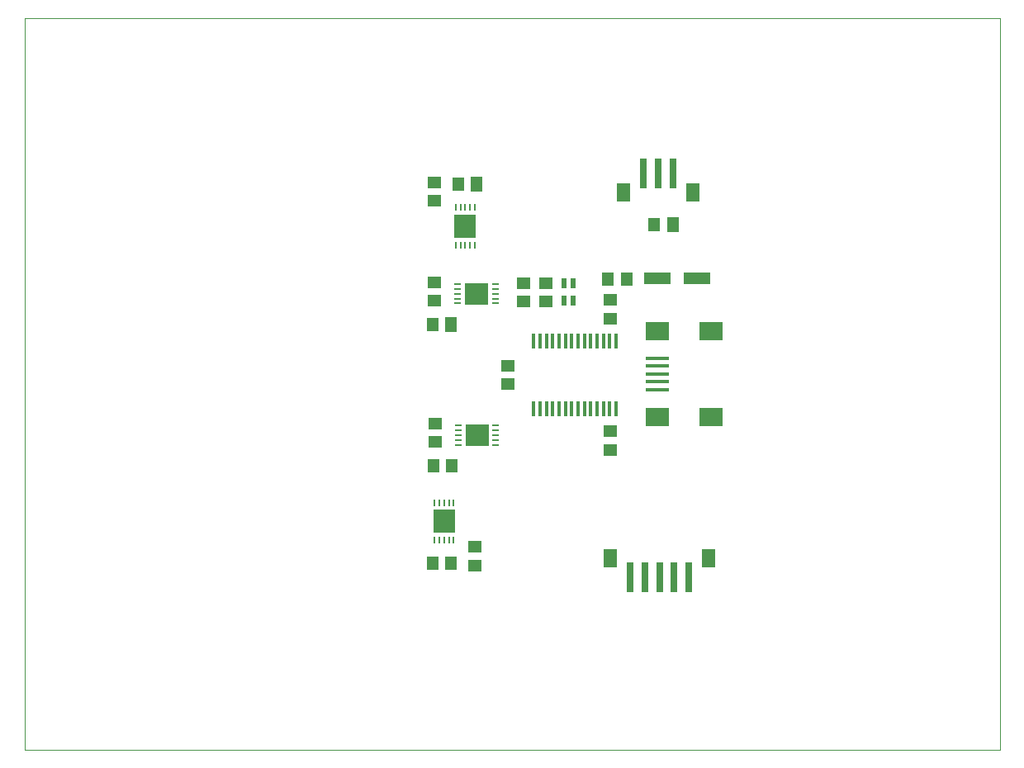
<source format=gbr>
%FSLAX34Y34*%
%MOMM*%
%LNSMDMASK_TOP*%
G71*
G01*
%ADD10C, 0.002*%
%ADD11R, 0.300X1.530*%
%ADD12R, 1.480X1.180*%
%ADD13R, 1.180X1.480*%
%ADD14R, 2.680X1.180*%
%ADD15R, 2.180X2.480*%
%ADD16R, 0.180X0.670*%
%ADD17R, 1.380X1.880*%
%ADD18R, 0.680X3.080*%
%ADD19R, 2.480X2.180*%
%ADD20R, 0.670X0.180*%
%ADD21R, 2.380X0.380*%
%ADD22R, 0.480X1.080*%
%ADD23R, 2.380X1.880*%
%LPD*%
G54D10*
X0Y750000D02*
X1000000Y750000D01*
X1000000Y0D01*
X0Y0D01*
X0Y750000D01*
X522164Y349190D02*
G54D11*
D03*
X528663Y349190D02*
G54D11*
D03*
X535164Y349190D02*
G54D11*
D03*
X541663Y349190D02*
G54D11*
D03*
X548163Y349190D02*
G54D11*
D03*
X554663Y349190D02*
G54D11*
D03*
X561163Y349190D02*
G54D11*
D03*
X567664Y349190D02*
G54D11*
D03*
X574163Y349190D02*
G54D11*
D03*
X580663Y349190D02*
G54D11*
D03*
X587163Y349190D02*
G54D11*
D03*
X593663Y349190D02*
G54D11*
D03*
X600164Y349190D02*
G54D11*
D03*
X606664Y349190D02*
G54D11*
D03*
X522163Y419190D02*
G54D11*
D03*
X528663Y419190D02*
G54D11*
D03*
X535163Y419190D02*
G54D11*
D03*
X541663Y419190D02*
G54D11*
D03*
X548163Y419190D02*
G54D11*
D03*
X554663Y419190D02*
G54D11*
D03*
X561163Y419190D02*
G54D11*
D03*
X567663Y419190D02*
G54D11*
D03*
X574163Y419190D02*
G54D11*
D03*
X580663Y419190D02*
G54D11*
D03*
X587163Y419190D02*
G54D11*
D03*
X593663Y419190D02*
G54D11*
D03*
X600163Y419190D02*
G54D11*
D03*
X606663Y419190D02*
G54D11*
D03*
X534753Y478415D02*
G54D12*
D03*
X534752Y459415D02*
G54D12*
D03*
X617387Y482867D02*
G54D13*
D03*
X598387Y482867D02*
G54D13*
D03*
X648740Y482992D02*
G54D14*
D03*
X689240Y482992D02*
G54D14*
D03*
X600985Y441945D02*
G54D12*
D03*
X600985Y460945D02*
G54D12*
D03*
X452043Y536577D02*
G54D15*
D03*
X452043Y555776D02*
G54D16*
D03*
X452043Y517377D02*
G54D16*
D03*
X447043Y517377D02*
G54D16*
D03*
X442043Y517377D02*
G54D16*
D03*
X457043Y517377D02*
G54D16*
D03*
X462043Y517376D02*
G54D16*
D03*
X447043Y555776D02*
G54D16*
D03*
X442043Y555776D02*
G54D16*
D03*
X457043Y555776D02*
G54D16*
D03*
X462043Y555776D02*
G54D16*
D03*
X444858Y579832D02*
G54D13*
D03*
G36*
X457958Y587231D02*
X469758Y587232D01*
X469758Y572432D01*
X457958Y572431D01*
X457958Y587231D01*
G37*
X420457Y581631D02*
G54D12*
D03*
X420457Y562631D02*
G54D12*
D03*
X614110Y571140D02*
G54D17*
D03*
X634610Y591140D02*
G54D18*
D03*
X649610Y591139D02*
G54D18*
D03*
X664610Y591140D02*
G54D18*
D03*
X685110Y571140D02*
G54D17*
D03*
X463647Y467533D02*
G54D19*
D03*
X444447Y467533D02*
G54D20*
D03*
X482847Y467533D02*
G54D20*
D03*
X482847Y462533D02*
G54D20*
D03*
X482847Y457533D02*
G54D20*
D03*
X482847Y472533D02*
G54D20*
D03*
X482847Y477533D02*
G54D20*
D03*
X444447Y462533D02*
G54D20*
D03*
X444447Y457533D02*
G54D20*
D03*
X444447Y472533D02*
G54D20*
D03*
X444447Y477533D02*
G54D20*
D03*
X420392Y460348D02*
G54D12*
D03*
X420392Y479348D02*
G54D12*
D03*
X418592Y435948D02*
G54D13*
D03*
G36*
X431692Y443348D02*
X443492Y443348D01*
X443493Y428548D01*
X431693Y428548D01*
X431692Y443348D01*
G37*
X464147Y322534D02*
G54D19*
D03*
X444947Y322534D02*
G54D20*
D03*
X483347Y322534D02*
G54D20*
D03*
X483347Y317534D02*
G54D20*
D03*
X483347Y312534D02*
G54D20*
D03*
X483347Y327534D02*
G54D20*
D03*
X483347Y332534D02*
G54D20*
D03*
X444947Y317534D02*
G54D20*
D03*
X444947Y312534D02*
G54D20*
D03*
X444947Y327534D02*
G54D20*
D03*
X444947Y332534D02*
G54D20*
D03*
X420892Y315349D02*
G54D12*
D03*
X420892Y334349D02*
G54D12*
D03*
X419093Y290948D02*
G54D13*
D03*
X438093Y290948D02*
G54D13*
D03*
X430190Y234138D02*
G54D15*
D03*
X430190Y214938D02*
G54D16*
D03*
X430190Y253338D02*
G54D16*
D03*
X435190Y253338D02*
G54D16*
D03*
X440190Y253338D02*
G54D16*
D03*
X425190Y253338D02*
G54D16*
D03*
X420190Y253338D02*
G54D16*
D03*
X435190Y214938D02*
G54D16*
D03*
X440190Y214938D02*
G54D16*
D03*
X425190Y214938D02*
G54D16*
D03*
X420190Y214938D02*
G54D16*
D03*
X437375Y190882D02*
G54D13*
D03*
X418375Y190883D02*
G54D13*
D03*
X461775Y189083D02*
G54D12*
D03*
X461775Y208083D02*
G54D12*
D03*
X701590Y196638D02*
G54D17*
D03*
X681090Y176638D02*
G54D18*
D03*
G36*
X662689Y192038D02*
X669489Y192038D01*
X669490Y161238D01*
X662690Y161238D01*
X662689Y192038D01*
G37*
X651090Y176638D02*
G54D18*
D03*
X600590Y196638D02*
G54D17*
D03*
X621090Y176638D02*
G54D18*
D03*
X636090Y176638D02*
G54D18*
D03*
X649200Y369158D02*
G54D21*
D03*
X649200Y377158D02*
G54D21*
D03*
X649200Y385158D02*
G54D21*
D03*
X649200Y393158D02*
G54D21*
D03*
X649200Y401158D02*
G54D21*
D03*
X645892Y538348D02*
G54D13*
D03*
G36*
X658992Y545748D02*
X670792Y545748D01*
X670792Y530948D01*
X658992Y530948D01*
X658992Y545748D01*
G37*
X601053Y326516D02*
G54D12*
D03*
X601053Y307516D02*
G54D12*
D03*
X495753Y374715D02*
G54D12*
D03*
X495754Y393715D02*
G54D12*
D03*
X511753Y478415D02*
G54D12*
D03*
X511752Y459415D02*
G54D12*
D03*
X553450Y460050D02*
G54D22*
D03*
X562950Y460050D02*
G54D22*
D03*
X553450Y478050D02*
G54D22*
D03*
X562950Y478050D02*
G54D22*
D03*
X649200Y341158D02*
G54D23*
D03*
X649200Y429158D02*
G54D23*
D03*
X704200Y341158D02*
G54D23*
D03*
X704200Y429158D02*
G54D23*
D03*
M02*

</source>
